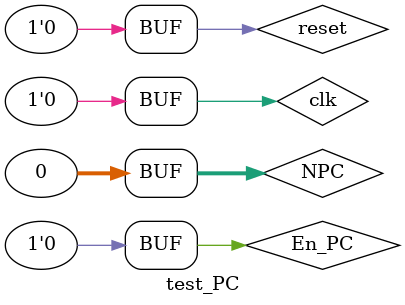
<source format=v>
`timescale 1ns / 1ps


module test_PC;

	// Inputs
	reg [31:0] NPC;
	reg En_PC;
	reg clk;
	reg reset;

	// Outputs
	wire [31:0] PC;

	// Instantiate the Unit Under Test (UUT)
	PC uut (
		.NPC(NPC), 
		.En_PC(En_PC), 
		.PC(PC), 
		.clk(clk), 
		.reset(reset)
	);

	initial begin
		// Initialize Inputs
		NPC = 0;
		En_PC = 0;
		clk = 0;
		reset = 0;

		// Wait 100 ns for global reset to finish
		#100;
        
		// Add stimulus here

	end
      
endmodule


</source>
